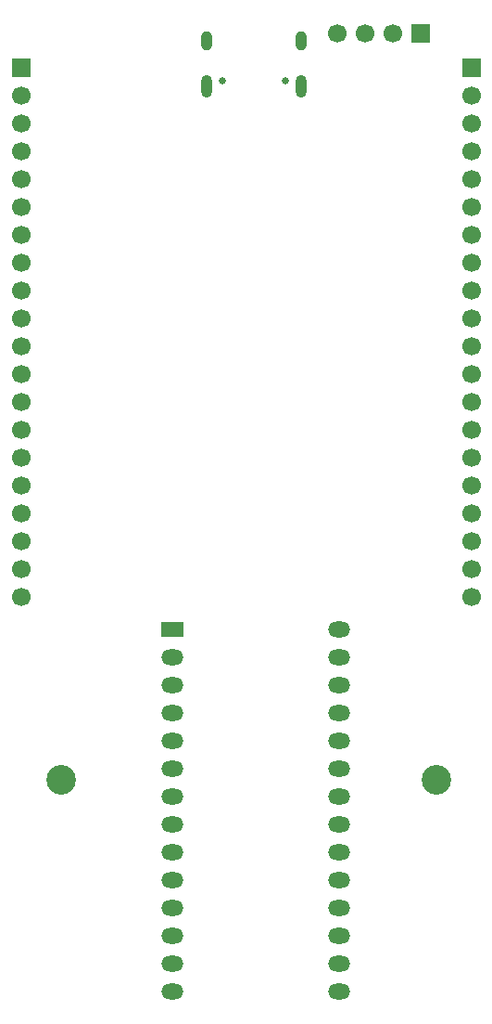
<source format=gbr>
G04 #@! TF.GenerationSoftware,KiCad,Pcbnew,9.0.3-1.fc42*
G04 #@! TF.CreationDate,2025-08-26T20:02:04+03:00*
G04 #@! TF.ProjectId,eeprom-programmer-rounded,65657072-6f6d-42d7-9072-6f6772616d6d,0.1*
G04 #@! TF.SameCoordinates,Original*
G04 #@! TF.FileFunction,Soldermask,Bot*
G04 #@! TF.FilePolarity,Negative*
%FSLAX46Y46*%
G04 Gerber Fmt 4.6, Leading zero omitted, Abs format (unit mm)*
G04 Created by KiCad (PCBNEW 9.0.3-1.fc42) date 2025-08-26 20:02:04*
%MOMM*%
%LPD*%
G01*
G04 APERTURE LIST*
%ADD10R,2.000000X1.440000*%
%ADD11O,2.000000X1.440000*%
%ADD12C,2.700000*%
%ADD13C,0.650000*%
%ADD14O,1.000000X2.100000*%
%ADD15O,1.000000X1.800000*%
%ADD16R,1.700000X1.700000*%
%ADD17C,1.700000*%
G04 APERTURE END LIST*
D10*
X147385000Y-96859796D03*
D11*
X147385000Y-99399796D03*
X147385000Y-101939796D03*
X147385000Y-104479796D03*
X147385000Y-107019796D03*
X147385000Y-109559796D03*
X147385000Y-112099796D03*
X147385000Y-114639796D03*
X147385000Y-117179796D03*
X147385000Y-119719796D03*
X147385000Y-122259796D03*
X147385000Y-124799796D03*
X147385000Y-127339796D03*
X147385000Y-129879796D03*
X162625000Y-129879796D03*
X162625000Y-127339796D03*
X162625000Y-124799796D03*
X162625000Y-122259796D03*
X162625000Y-119719796D03*
X162625000Y-117179796D03*
X162625000Y-114639796D03*
X162625000Y-112099796D03*
X162625000Y-109559796D03*
X162625000Y-107019796D03*
X162625000Y-104479796D03*
X162625000Y-101939796D03*
X162625000Y-99399796D03*
X162625000Y-96859796D03*
D12*
X137242500Y-110580000D03*
X171582500Y-110580000D03*
D13*
X157772500Y-46825000D03*
X151992500Y-46825000D03*
D14*
X159202500Y-47325000D03*
D15*
X159202500Y-43145000D03*
D14*
X150562500Y-47325000D03*
D15*
X150562500Y-43145000D03*
D16*
X170132500Y-42470000D03*
D17*
X167592500Y-42470000D03*
X165052500Y-42470000D03*
X162512500Y-42470000D03*
D16*
X174732500Y-45590000D03*
D17*
X174732500Y-48130000D03*
X174732500Y-50670000D03*
X174732500Y-53210000D03*
X174732500Y-55750000D03*
X174732500Y-58290000D03*
X174732500Y-60830000D03*
X174732500Y-63370000D03*
X174732500Y-65910000D03*
X174732500Y-68450000D03*
X174732500Y-70990000D03*
X174732500Y-73530000D03*
X174732500Y-76070000D03*
X174732500Y-78610000D03*
X174732500Y-81150000D03*
X174732500Y-83690000D03*
X174732500Y-86230000D03*
X174732500Y-88770000D03*
X174732500Y-91310000D03*
X174732500Y-93850000D03*
D16*
X133592500Y-45609796D03*
D17*
X133592500Y-48149796D03*
X133592500Y-50689796D03*
X133592500Y-53229796D03*
X133592500Y-55769796D03*
X133592500Y-58309796D03*
X133592500Y-60849796D03*
X133592500Y-63389796D03*
X133592500Y-65929796D03*
X133592500Y-68469796D03*
X133592500Y-71009796D03*
X133592500Y-73549796D03*
X133592500Y-76089796D03*
X133592500Y-78629796D03*
X133592500Y-81169796D03*
X133592500Y-83709796D03*
X133592500Y-86249796D03*
X133592500Y-88789796D03*
X133592500Y-91329796D03*
X133592500Y-93869796D03*
M02*

</source>
